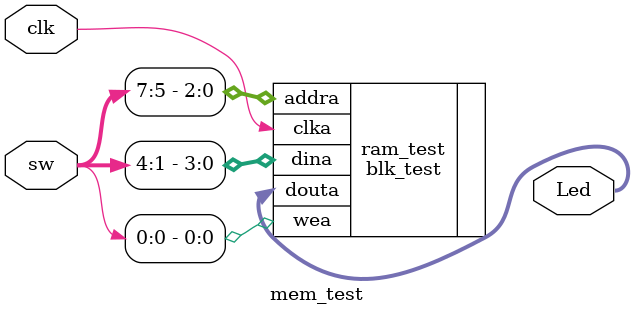
<source format=v>

module mem_test(
    input clk,
    input [7:0] sw,
    output [3:0] Led
);

blk_test ram_test (
  .clka(clk), // input clka
  .wea(sw[0]), // input [0 : 0] wea
  .addra(sw[7:5]), // input [2 : 0] addra
  .dina(sw[4:1]), // input [3 : 0] dina
  .douta(Led[3:0]) // output [3 : 0] douta
);

endmodule

</source>
